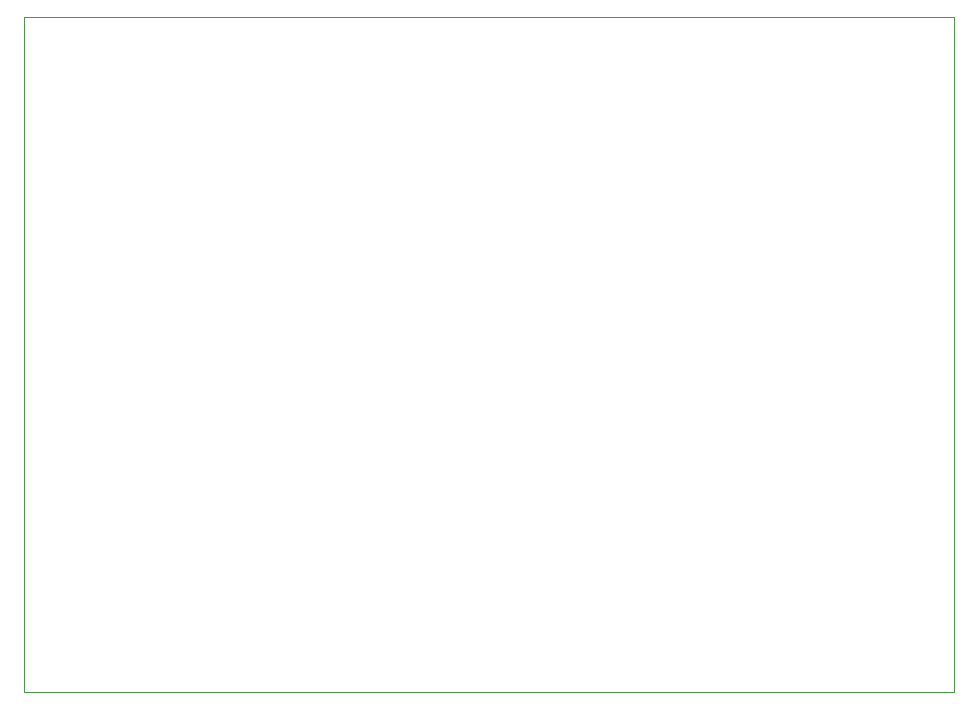
<source format=gbr>
G04 #@! TF.GenerationSoftware,KiCad,Pcbnew,(5.1.5)-3*
G04 #@! TF.CreationDate,2022-01-09T12:48:11+00:00*
G04 #@! TF.ProjectId,MorseSerialArduinoShield,4d6f7273-6553-4657-9269-616c41726475,rev?*
G04 #@! TF.SameCoordinates,Original*
G04 #@! TF.FileFunction,Profile,NP*
%FSLAX46Y46*%
G04 Gerber Fmt 4.6, Leading zero omitted, Abs format (unit mm)*
G04 Created by KiCad (PCBNEW (5.1.5)-3) date 2022-01-09 12:48:11*
%MOMM*%
%LPD*%
G04 APERTURE LIST*
%ADD10C,0.100000*%
G04 APERTURE END LIST*
D10*
X181483000Y-73660000D02*
X181483000Y-130810000D01*
X102743000Y-73660000D02*
X181483000Y-73660000D01*
X102743000Y-130810000D02*
X102743000Y-73660000D01*
X181483000Y-130810000D02*
X102743000Y-130810000D01*
M02*

</source>
